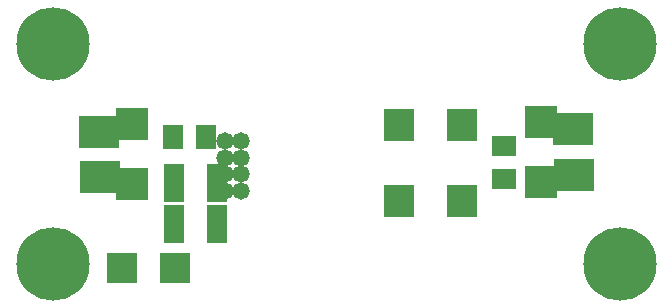
<source format=gbs>
G04 Layer_Color=16711935*
%FSAX25Y25*%
%MOIN*%
G70*
G01*
G75*
%ADD41R,0.07887X0.07099*%
%ADD42R,0.07099X0.07887*%
%ADD46R,0.09855X0.09855*%
%ADD47R,0.13398X0.10800*%
%ADD48R,0.10800X0.10800*%
%ADD49C,0.24422*%
%ADD50C,0.05800*%
%ADD51R,0.06800X0.12800*%
%ADD52R,0.10249X0.11036*%
D41*
X0358300Y0286212D02*
D03*
Y0275188D02*
D03*
D42*
X0259012Y0289500D02*
D03*
X0247988D02*
D03*
D46*
X0231042Y0245513D02*
D03*
X0248758D02*
D03*
D47*
X0381800Y0276800D02*
D03*
X0381500Y0292100D02*
D03*
X0223400Y0291160D02*
D03*
X0223700Y0275860D02*
D03*
D48*
X0370700Y0274400D02*
D03*
Y0294200D02*
D03*
X0234500Y0293560D02*
D03*
Y0273760D02*
D03*
D49*
X0397000Y0247000D02*
D03*
Y0320500D02*
D03*
X0208000D02*
D03*
Y0247000D02*
D03*
D50*
X0270900Y0282500D02*
D03*
X0265600D02*
D03*
Y0271500D02*
D03*
X0270900D02*
D03*
Y0277000D02*
D03*
X0265600D02*
D03*
Y0288000D02*
D03*
X0270900D02*
D03*
D51*
X0262702Y0274000D02*
D03*
X0248498D02*
D03*
X0262802Y0260200D02*
D03*
X0248598D02*
D03*
D52*
X0323600Y0267989D02*
D03*
Y0293186D02*
D03*
X0344300Y0268002D02*
D03*
Y0293198D02*
D03*
M02*

</source>
